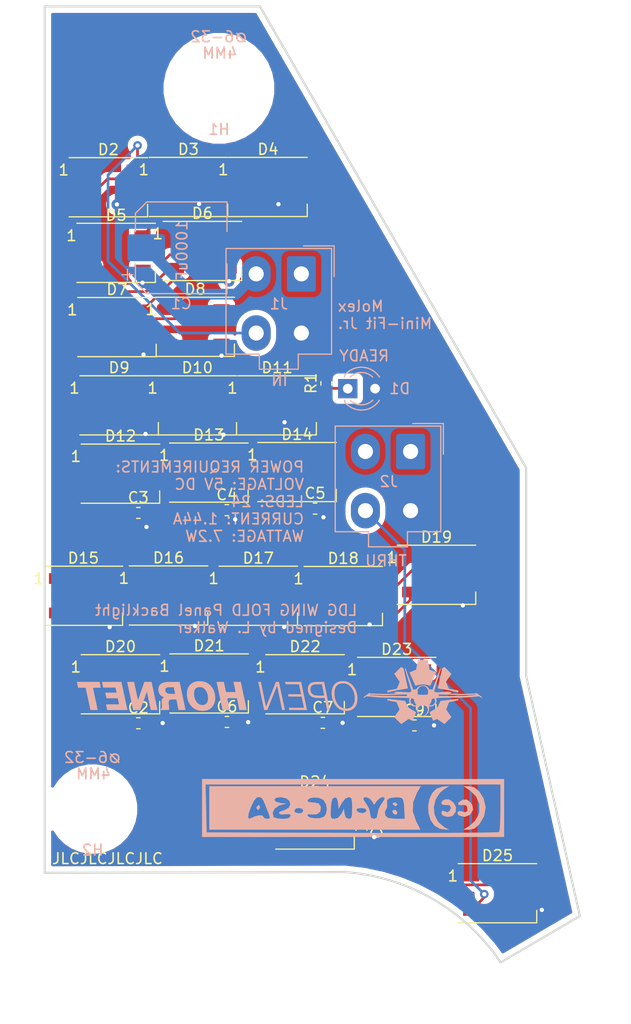
<source format=kicad_pcb>
(kicad_pcb (version 20171130) (host pcbnew "(5.1.6)-1")
  (layers (0 F.Cu signal) (31 B.Cu signal) (34 B.Paste user hide) (35 F.Paste user hide) (36 B.SilkS user) (37 F.SilkS user) (38 B.Mask user hide) (39 F.Mask user) (44 Edge.Cuts user))
  (net 0 "")
  (net 1 /LEDGND)
  (net 2 /LED+5V)
  (net 3 "Net-(D1-Pad1)")
  (net 4 "Net-(D2-Pad2)")
  (net 5 /DATAIN)
  (net 6 "Net-(D3-Pad2)")
  (net 7 "Net-(D4-Pad2)")
  (net 8 "Net-(D5-Pad2)")
  (net 9 "Net-(D6-Pad2)")
  (net 10 "Net-(D7-Pad2)")
  (net 11 "Net-(D8-Pad2)")
  (net 12 "Net-(D10-Pad4)")
  (net 13 "Net-(D10-Pad2)")
  (net 14 "Net-(D11-Pad2)")
  (net 15 /DATAOUT)
  (net 16 "Net-(D12-Pad2)")
  (net 17 "Net-(D13-Pad2)")
  (net 18 "Net-(D14-Pad2)")
  (net 19 "Net-(D15-Pad2)")
  (net 20 "Net-(D16-Pad2)")
  (net 21 "Net-(D17-Pad2)")
  (net 22 "Net-(D18-Pad2)")
  (net 23 "Net-(D19-Pad2)")
  (net 24 "Net-(D20-Pad2)")
  (net 25 "Net-(D21-Pad2)")
  (net 26 "Net-(D22-Pad2)")
  (net 27 "Net-(D23-Pad2)")
  (net 28 "Net-(D24-Pad2)")
  (module OH_General:OH_LOGO_37.7mm_5.9mm (layer B.Cu) (at 169.672 85.09 180)
    (fp_text reference G*** hide)
    (fp_text value LOGO hide)
  )
  (module OH_General:CC-BY-NC-SA-Small (layer B.Cu) (at 176.6 95.875 180)
    (fp_text reference G*** hide)
    (fp_text value LOGO hide)
  )
  (module OH_Backlighting:OH_Panel_6-32_PHS (layer F.Cu) (at 164.039448 28.984561)
    (fp_text reference REF** hide)
    (fp_text value OH_Panel_Fastner_Keepout hide)
    (fp_text user 4MM (at 0.075 -3.275 180) (layer B.SilkS) (effects (justify mirror)))
    (fp_text user H1 (at 0 3.81) (layer B.SilkS) (effects (justify mirror)))
    (fp_text user ⌀6-32 (at 0 -4.8) (layer B.SilkS) (effects (justify mirror)))
    (pad "" np_thru_hole circle (at 0 0) (size 4.3 4.3) (drill 4.3) (layers *.Cu *.Mask) (clearance 3))
  )
  (module OH_Backlighting:OH_Panel_6-32_PHS (layer F.Cu) (at 152.291948 95.977061)
    (fp_text reference REF** hide)
    (fp_text value OH_Panel_Fastner_Keepout hide)
    (fp_text user 4MM (at 0.075 -3.275 180) (layer B.SilkS) (effects (justify mirror)))
    (fp_text user H2 (at 0 3.81) (layer B.SilkS) (effects (justify mirror)))
    (fp_text user ⌀6-32 (at 0 -4.8) (layer B.SilkS) (effects (justify mirror)))
    (pad "" np_thru_hole circle (at 0 0) (size 4.3 4.3) (drill 4.3) (layers *.Cu *.Mask) (clearance 2))
  )
  (module LED_SMD:LED_WS2812B_PLCC4_5.0x5.0mm_P3.2mm (layer F.Cu) (at 172.975 96.95)
    (fp_text reference D24 (at 0 -3.5) (layer F.SilkS))
    (fp_text value WS2812B)
    (fp_text user 1 (at -4.15 -1.6) (layer F.SilkS))
    (pad 1 smd rect (at -2.45 -1.6) (size 1.5 1) (layers F.Cu F.Paste F.Mask) (net 2 /LED+5V))
    (pad 2 smd rect (at -2.45 1.6) (size 1.5 1) (layers F.Cu F.Paste F.Mask) (net 28 "Net-(D24-Pad2)"))
    (pad 4 smd rect (at 2.45 -1.6) (size 1.5 1) (layers F.Cu F.Paste F.Mask) (net 27 "Net-(D23-Pad2)"))
    (pad 3 smd rect (at 2.45 1.6) (size 1.5 1) (layers F.Cu F.Paste F.Mask) (net 1 /LEDGND))
  )
  (module LED_SMD:LED_WS2812B_PLCC4_5.0x5.0mm_P3.2mm (layer F.Cu) (at 180.575 84.625)
    (fp_text reference D23 (at 0 -3.5) (layer F.SilkS))
    (fp_text value WS2812B)
    (fp_text user 1 (at -4.15 -1.6) (layer F.SilkS))
    (pad 1 smd rect (at -2.45 -1.6) (size 1.5 1) (layers F.Cu F.Paste F.Mask) (net 2 /LED+5V))
    (pad 2 smd rect (at -2.45 1.6) (size 1.5 1) (layers F.Cu F.Paste F.Mask) (net 27 "Net-(D23-Pad2)"))
    (pad 4 smd rect (at 2.45 -1.6) (size 1.5 1) (layers F.Cu F.Paste F.Mask) (net 26 "Net-(D22-Pad2)"))
    (pad 3 smd rect (at 2.45 1.6) (size 1.5 1) (layers F.Cu F.Paste F.Mask) (net 1 /LEDGND))
  )
  (module LED_SMD:LED_WS2812B_PLCC4_5.0x5.0mm_P3.2mm (layer F.Cu) (at 189.95 103.8)
    (fp_text reference D25 (at 0 -3.5) (layer F.SilkS))
    (fp_text value WS2812B)
    (fp_text user 1 (at -4.15 -1.6) (layer F.SilkS))
    (pad 1 smd rect (at -2.45 -1.6) (size 1.5 1) (layers F.Cu F.Paste F.Mask) (net 2 /LED+5V))
    (pad 2 smd rect (at -2.45 1.6) (size 1.5 1) (layers F.Cu F.Paste F.Mask) (net 15 /DATAOUT))
    (pad 4 smd rect (at 2.45 -1.6) (size 1.5 1) (layers F.Cu F.Paste F.Mask) (net 28 "Net-(D24-Pad2)"))
    (pad 3 smd rect (at 2.45 1.6) (size 1.5 1) (layers F.Cu F.Paste F.Mask) (net 1 /LEDGND))
  )
  (module LED_SMD:LED_WS2812B_PLCC4_5.0x5.0mm_P3.2mm (layer F.Cu) (at 172.05 84.375)
    (fp_text reference D22 (at 0 -3.5) (layer F.SilkS))
    (fp_text value WS2812B)
    (fp_text user 1 (at -4.15 -1.6) (layer F.SilkS))
    (pad 1 smd rect (at -2.45 -1.6) (size 1.5 1) (layers F.Cu F.Paste F.Mask) (net 2 /LED+5V))
    (pad 2 smd rect (at -2.45 1.6) (size 1.5 1) (layers F.Cu F.Paste F.Mask) (net 26 "Net-(D22-Pad2)"))
    (pad 4 smd rect (at 2.45 -1.6) (size 1.5 1) (layers F.Cu F.Paste F.Mask) (net 25 "Net-(D21-Pad2)"))
    (pad 3 smd rect (at 2.45 1.6) (size 1.5 1) (layers F.Cu F.Paste F.Mask) (net 1 /LEDGND))
  )
  (module LED_SMD:LED_WS2812B_PLCC4_5.0x5.0mm_P3.2mm (layer F.Cu) (at 163.125 84.3)
    (fp_text reference D21 (at 0 -3.5) (layer F.SilkS))
    (fp_text value WS2812B)
    (fp_text user 1 (at -4.15 -1.6) (layer F.SilkS))
    (pad 1 smd rect (at -2.45 -1.6) (size 1.5 1) (layers F.Cu F.Paste F.Mask) (net 2 /LED+5V))
    (pad 2 smd rect (at -2.45 1.6) (size 1.5 1) (layers F.Cu F.Paste F.Mask) (net 25 "Net-(D21-Pad2)"))
    (pad 4 smd rect (at 2.45 -1.6) (size 1.5 1) (layers F.Cu F.Paste F.Mask) (net 24 "Net-(D20-Pad2)"))
    (pad 3 smd rect (at 2.45 1.6) (size 1.5 1) (layers F.Cu F.Paste F.Mask) (net 1 /LEDGND))
  )
  (module LED_SMD:LED_WS2812B_PLCC4_5.0x5.0mm_P3.2mm (layer F.Cu) (at 154.875 84.375)
    (fp_text reference D20 (at 0 -3.5) (layer F.SilkS))
    (fp_text value WS2812B)
    (fp_text user 1 (at -4.15 -1.6) (layer F.SilkS))
    (pad 1 smd rect (at -2.45 -1.6) (size 1.5 1) (layers F.Cu F.Paste F.Mask) (net 2 /LED+5V))
    (pad 2 smd rect (at -2.45 1.6) (size 1.5 1) (layers F.Cu F.Paste F.Mask) (net 24 "Net-(D20-Pad2)"))
    (pad 4 smd rect (at 2.45 -1.6) (size 1.5 1) (layers F.Cu F.Paste F.Mask) (net 23 "Net-(D19-Pad2)"))
    (pad 3 smd rect (at 2.45 1.6) (size 1.5 1) (layers F.Cu F.Paste F.Mask) (net 1 /LEDGND))
  )
  (module LED_SMD:LED_WS2812B_PLCC4_5.0x5.0mm_P3.2mm (layer F.Cu) (at 184.275 74.2)
    (fp_text reference D19 (at 0 -3.5) (layer F.SilkS))
    (fp_text value WS2812B)
    (fp_text user 1 (at -4.15 -1.6) (layer F.SilkS))
    (pad 1 smd rect (at -2.45 -1.6) (size 1.5 1) (layers F.Cu F.Paste F.Mask) (net 2 /LED+5V))
    (pad 2 smd rect (at -2.45 1.6) (size 1.5 1) (layers F.Cu F.Paste F.Mask) (net 23 "Net-(D19-Pad2)"))
    (pad 4 smd rect (at 2.45 -1.6) (size 1.5 1) (layers F.Cu F.Paste F.Mask) (net 22 "Net-(D18-Pad2)"))
    (pad 3 smd rect (at 2.45 1.6) (size 1.5 1) (layers F.Cu F.Paste F.Mask) (net 1 /LEDGND))
  )
  (module LED_SMD:LED_WS2812B_PLCC4_5.0x5.0mm_P3.2mm (layer F.Cu) (at 175.6 76.175)
    (fp_text reference D18 (at 0 -3.5) (layer F.SilkS))
    (fp_text value WS2812B)
    (fp_text user 1 (at -4.15 -1.6) (layer F.SilkS))
    (pad 1 smd rect (at -2.45 -1.6) (size 1.5 1) (layers F.Cu F.Paste F.Mask) (net 2 /LED+5V))
    (pad 2 smd rect (at -2.45 1.6) (size 1.5 1) (layers F.Cu F.Paste F.Mask) (net 22 "Net-(D18-Pad2)"))
    (pad 4 smd rect (at 2.45 -1.6) (size 1.5 1) (layers F.Cu F.Paste F.Mask) (net 21 "Net-(D17-Pad2)"))
    (pad 3 smd rect (at 2.45 1.6) (size 1.5 1) (layers F.Cu F.Paste F.Mask) (net 1 /LEDGND))
  )
  (module LED_SMD:LED_WS2812B_PLCC4_5.0x5.0mm_P3.2mm (layer F.Cu) (at 167.7 76.15)
    (fp_text reference D17 (at 0 -3.5) (layer F.SilkS))
    (fp_text value WS2812B)
    (fp_text user 1 (at -4.15 -1.6) (layer F.SilkS))
    (pad 1 smd rect (at -2.45 -1.6) (size 1.5 1) (layers F.Cu F.Paste F.Mask) (net 2 /LED+5V))
    (pad 2 smd rect (at -2.45 1.6) (size 1.5 1) (layers F.Cu F.Paste F.Mask) (net 21 "Net-(D17-Pad2)"))
    (pad 4 smd rect (at 2.45 -1.6) (size 1.5 1) (layers F.Cu F.Paste F.Mask) (net 20 "Net-(D16-Pad2)"))
    (pad 3 smd rect (at 2.45 1.6) (size 1.5 1) (layers F.Cu F.Paste F.Mask) (net 1 /LEDGND))
  )
  (module LED_SMD:LED_WS2812B_PLCC4_5.0x5.0mm_P3.2mm (layer F.Cu) (at 159.35 76.125)
    (fp_text reference D16 (at 0 -3.5) (layer F.SilkS))
    (fp_text value WS2812B)
    (fp_text user 1 (at -4.15 -1.6) (layer F.SilkS))
    (pad 1 smd rect (at -2.45 -1.6) (size 1.5 1) (layers F.Cu F.Paste F.Mask) (net 2 /LED+5V))
    (pad 2 smd rect (at -2.45 1.6) (size 1.5 1) (layers F.Cu F.Paste F.Mask) (net 20 "Net-(D16-Pad2)"))
    (pad 4 smd rect (at 2.45 -1.6) (size 1.5 1) (layers F.Cu F.Paste F.Mask) (net 19 "Net-(D15-Pad2)"))
    (pad 3 smd rect (at 2.45 1.6) (size 1.5 1) (layers F.Cu F.Paste F.Mask) (net 1 /LEDGND))
  )
  (module LED_SMD:LED_WS2812B_PLCC4_5.0x5.0mm_P3.2mm (layer F.Cu) (at 151.425 76.15)
    (fp_text reference D15 (at 0 -3.5) (layer F.SilkS))
    (fp_text value WS2812B)
    (fp_text user 1 (at -4.15 -1.6) (layer F.SilkS))
    (pad 1 smd rect (at -2.45 -1.6) (size 1.5 1) (layers F.Cu F.Paste F.Mask) (net 2 /LED+5V))
    (pad 2 smd rect (at -2.45 1.6) (size 1.5 1) (layers F.Cu F.Paste F.Mask) (net 19 "Net-(D15-Pad2)"))
    (pad 4 smd rect (at 2.45 -1.6) (size 1.5 1) (layers F.Cu F.Paste F.Mask) (net 18 "Net-(D14-Pad2)"))
    (pad 3 smd rect (at 2.45 1.6) (size 1.5 1) (layers F.Cu F.Paste F.Mask) (net 1 /LEDGND))
  )
  (module LED_SMD:LED_WS2812B_PLCC4_5.0x5.0mm_P3.2mm (layer F.Cu) (at 171.3 64.65)
    (fp_text reference D14 (at 0 -3.5) (layer F.SilkS))
    (fp_text value WS2812B)
    (fp_text user 1 (at -4.15 -1.6) (layer F.SilkS))
    (pad 1 smd rect (at -2.45 -1.6) (size 1.5 1) (layers F.Cu F.Paste F.Mask) (net 2 /LED+5V))
    (pad 2 smd rect (at -2.45 1.6) (size 1.5 1) (layers F.Cu F.Paste F.Mask) (net 18 "Net-(D14-Pad2)"))
    (pad 4 smd rect (at 2.45 -1.6) (size 1.5 1) (layers F.Cu F.Paste F.Mask) (net 17 "Net-(D13-Pad2)"))
    (pad 3 smd rect (at 2.45 1.6) (size 1.5 1) (layers F.Cu F.Paste F.Mask) (net 1 /LEDGND))
  )
  (module LED_SMD:LED_WS2812B_PLCC4_5.0x5.0mm_P3.2mm (layer F.Cu) (at 163.1 64.7)
    (fp_text reference D13 (at 0 -3.5) (layer F.SilkS))
    (fp_text value WS2812B)
    (fp_text user 1 (at -4.15 -1.6) (layer F.SilkS))
    (pad 1 smd rect (at -2.45 -1.6) (size 1.5 1) (layers F.Cu F.Paste F.Mask) (net 2 /LED+5V))
    (pad 2 smd rect (at -2.45 1.6) (size 1.5 1) (layers F.Cu F.Paste F.Mask) (net 17 "Net-(D13-Pad2)"))
    (pad 4 smd rect (at 2.45 -1.6) (size 1.5 1) (layers F.Cu F.Paste F.Mask) (net 16 "Net-(D12-Pad2)"))
    (pad 3 smd rect (at 2.45 1.6) (size 1.5 1) (layers F.Cu F.Paste F.Mask) (net 1 /LEDGND))
  )
  (module Resistor_SMD:R_0603_1608Metric (layer F.Cu) (at 174.03 56.4075 90)
    (fp_text reference R1 (at 0 -1.43 90) (layer F.SilkS))
    (fp_text value R)
    (pad 2 smd roundrect (at 0.7875 0 90) (size 0.875 0.95) (layers F.Cu F.Paste F.Mask) (net 2 /LED+5V))
    (pad 1 smd roundrect (at -0.7875 0 90) (size 0.875 0.95) (layers F.Cu F.Paste F.Mask) (net 3 "Net-(D1-Pad1)"))
  )
  (module Connector_Molex:Molex_Mini-Fit_Jr_5566-04A_2x02_P4.20mm_Vertical (layer B.Cu) (at 181.864 62.738 180)
    (fp_text reference J2 (at 2.032 -2.794) (layer B.SilkS) (effects (justify mirror)))
    (fp_text value Conn_01x04_Female)
    (pad 4 thru_hole oval (at 4.2 -5.5 180) (size 2.7 3.3) (drill 1.4) (layers *.Cu *.Mask) (net 15 /DATAOUT))
    (pad 3 thru_hole oval (at 0 -5.5 180) (size 2.7 3.3) (drill 1.4) (layers *.Cu *.Mask) (net 1 /LEDGND))
    (pad 2 thru_hole oval (at 4.2 0 180) (size 2.7 3.3) (drill 1.4) (layers *.Cu *.Mask) (net 2 /LED+5V))
    (pad 1 thru_hole roundrect (at 0 0 180) (size 2.7 3.3) (drill 1.4) (layers *.Cu *.Mask) (roundrect_rratio 0.09259299999999999) (net 2 /LED+5V))
  )
  (module Connector_Molex:Molex_Mini-Fit_Jr_5566-04A_2x02_P4.20mm_Vertical (layer B.Cu) (at 171.704 46.228 180)
    (fp_text reference J1 (at 2.1 -2.794) (layer B.SilkS) (effects (justify mirror)))
    (fp_text value Conn_01x04_Female)
    (pad 4 thru_hole oval (at 4.2 -5.5 180) (size 2.7 3.3) (drill 1.4) (layers *.Cu *.Mask) (net 5 /DATAIN))
    (pad 3 thru_hole oval (at 0 -5.5 180) (size 2.7 3.3) (drill 1.4) (layers *.Cu *.Mask) (net 1 /LEDGND))
    (pad 2 thru_hole oval (at 4.2 0 180) (size 2.7 3.3) (drill 1.4) (layers *.Cu *.Mask) (net 2 /LED+5V))
    (pad 1 thru_hole roundrect (at 0 0 180) (size 2.7 3.3) (drill 1.4) (layers *.Cu *.Mask) (roundrect_rratio 0.09259299999999999) (net 2 /LED+5V))
  )
  (module LED_SMD:LED_WS2812B_PLCC4_5.0x5.0mm_P3.2mm (layer F.Cu) (at 154.875 64.8)
    (fp_text reference D12 (at 0 -3.5) (layer F.SilkS))
    (fp_text value WS2812B)
    (fp_text user 1 (at -4.15 -1.6) (layer F.SilkS))
    (pad 1 smd rect (at -2.45 -1.6) (size 1.5 1) (layers F.Cu F.Paste F.Mask) (net 2 /LED+5V))
    (pad 2 smd rect (at -2.45 1.6) (size 1.5 1) (layers F.Cu F.Paste F.Mask) (net 16 "Net-(D12-Pad2)"))
    (pad 4 smd rect (at 2.45 -1.6) (size 1.5 1) (layers F.Cu F.Paste F.Mask) (net 14 "Net-(D11-Pad2)"))
    (pad 3 smd rect (at 2.45 1.6) (size 1.5 1) (layers F.Cu F.Paste F.Mask) (net 1 /LEDGND))
  )
  (module LED_SMD:LED_WS2812B_PLCC4_5.0x5.0mm_P3.2mm (layer F.Cu) (at 169.45 58.45)
    (fp_text reference D11 (at 0 -3.5) (layer F.SilkS))
    (fp_text value WS2812B)
    (fp_text user 1 (at -4.15 -1.6) (layer F.SilkS))
    (pad 1 smd rect (at -2.45 -1.6) (size 1.5 1) (layers F.Cu F.Paste F.Mask) (net 2 /LED+5V))
    (pad 2 smd rect (at -2.45 1.6) (size 1.5 1) (layers F.Cu F.Paste F.Mask) (net 14 "Net-(D11-Pad2)"))
    (pad 4 smd rect (at 2.45 -1.6) (size 1.5 1) (layers F.Cu F.Paste F.Mask) (net 13 "Net-(D10-Pad2)"))
    (pad 3 smd rect (at 2.45 1.6) (size 1.5 1) (layers F.Cu F.Paste F.Mask) (net 1 /LEDGND))
  )
  (module LED_SMD:LED_WS2812B_PLCC4_5.0x5.0mm_P3.2mm (layer F.Cu) (at 162.025 58.45)
    (fp_text reference D10 (at 0 -3.5) (layer F.SilkS))
    (fp_text value WS2812B)
    (fp_text user 1 (at -4.15 -1.6) (layer F.SilkS))
    (pad 1 smd rect (at -2.45 -1.6) (size 1.5 1) (layers F.Cu F.Paste F.Mask) (net 2 /LED+5V))
    (pad 2 smd rect (at -2.45 1.6) (size 1.5 1) (layers F.Cu F.Paste F.Mask) (net 13 "Net-(D10-Pad2)"))
    (pad 4 smd rect (at 2.45 -1.6) (size 1.5 1) (layers F.Cu F.Paste F.Mask) (net 12 "Net-(D10-Pad4)"))
    (pad 3 smd rect (at 2.45 1.6) (size 1.5 1) (layers F.Cu F.Paste F.Mask) (net 1 /LEDGND))
  )
  (module LED_SMD:LED_WS2812B_PLCC4_5.0x5.0mm_P3.2mm (layer F.Cu) (at 154.75 58.45)
    (fp_text reference D9 (at 0 -3.5) (layer F.SilkS))
    (fp_text value WS2812B)
    (fp_text user 1 (at -4.15 -1.6) (layer F.SilkS))
    (pad 1 smd rect (at -2.45 -1.6) (size 1.5 1) (layers F.Cu F.Paste F.Mask) (net 2 /LED+5V))
    (pad 2 smd rect (at -2.45 1.6) (size 1.5 1) (layers F.Cu F.Paste F.Mask) (net 12 "Net-(D10-Pad4)"))
    (pad 4 smd rect (at 2.45 -1.6) (size 1.5 1) (layers F.Cu F.Paste F.Mask) (net 11 "Net-(D8-Pad2)"))
    (pad 3 smd rect (at 2.45 1.6) (size 1.5 1) (layers F.Cu F.Paste F.Mask) (net 1 /LEDGND))
  )
  (module LED_SMD:LED_WS2812B_PLCC4_5.0x5.0mm_P3.2mm (layer F.Cu) (at 161.825 51.15)
    (fp_text reference D8 (at 0 -3.5) (layer F.SilkS))
    (fp_text value WS2812B)
    (fp_text user 1 (at -4.15 -1.6) (layer F.SilkS))
    (pad 1 smd rect (at -2.45 -1.6) (size 1.5 1) (layers F.Cu F.Paste F.Mask) (net 2 /LED+5V))
    (pad 2 smd rect (at -2.45 1.6) (size 1.5 1) (layers F.Cu F.Paste F.Mask) (net 11 "Net-(D8-Pad2)"))
    (pad 4 smd rect (at 2.45 -1.6) (size 1.5 1) (layers F.Cu F.Paste F.Mask) (net 10 "Net-(D7-Pad2)"))
    (pad 3 smd rect (at 2.45 1.6) (size 1.5 1) (layers F.Cu F.Paste F.Mask) (net 1 /LEDGND))
  )
  (module LED_SMD:LED_WS2812B_PLCC4_5.0x5.0mm_P3.2mm (layer F.Cu) (at 154.55 51.175)
    (fp_text reference D7 (at 0 -3.5) (layer F.SilkS))
    (fp_text value WS2812B)
    (fp_text user 1 (at -4.15 -1.6) (layer F.SilkS))
    (pad 1 smd rect (at -2.45 -1.6) (size 1.5 1) (layers F.Cu F.Paste F.Mask) (net 2 /LED+5V))
    (pad 2 smd rect (at -2.45 1.6) (size 1.5 1) (layers F.Cu F.Paste F.Mask) (net 10 "Net-(D7-Pad2)"))
    (pad 4 smd rect (at 2.45 -1.6) (size 1.5 1) (layers F.Cu F.Paste F.Mask) (net 9 "Net-(D6-Pad2)"))
    (pad 3 smd rect (at 2.45 1.6) (size 1.5 1) (layers F.Cu F.Paste F.Mask) (net 1 /LEDGND))
  )
  (module LED_SMD:LED_WS2812B_PLCC4_5.0x5.0mm_P3.2mm (layer F.Cu) (at 162.5 44.1)
    (fp_text reference D6 (at 0 -3.5) (layer F.SilkS))
    (fp_text value WS2812B)
    (fp_text user 1 (at -4.15 -1.6) (layer F.SilkS))
    (pad 1 smd rect (at -2.45 -1.6) (size 1.5 1) (layers F.Cu F.Paste F.Mask) (net 2 /LED+5V))
    (pad 2 smd rect (at -2.45 1.6) (size 1.5 1) (layers F.Cu F.Paste F.Mask) (net 9 "Net-(D6-Pad2)"))
    (pad 4 smd rect (at 2.45 -1.6) (size 1.5 1) (layers F.Cu F.Paste F.Mask) (net 8 "Net-(D5-Pad2)"))
    (pad 3 smd rect (at 2.45 1.6) (size 1.5 1) (layers F.Cu F.Paste F.Mask) (net 1 /LEDGND))
  )
  (module LED_SMD:LED_WS2812B_PLCC4_5.0x5.0mm_P3.2mm (layer F.Cu) (at 154.475 44.275)
    (fp_text reference D5 (at 0 -3.5) (layer F.SilkS))
    (fp_text value WS2812B)
    (fp_text user 1 (at -4.15 -1.6) (layer F.SilkS))
    (pad 1 smd rect (at -2.45 -1.6) (size 1.5 1) (layers F.Cu F.Paste F.Mask) (net 2 /LED+5V))
    (pad 2 smd rect (at -2.45 1.6) (size 1.5 1) (layers F.Cu F.Paste F.Mask) (net 8 "Net-(D5-Pad2)"))
    (pad 4 smd rect (at 2.45 -1.6) (size 1.5 1) (layers F.Cu F.Paste F.Mask) (net 7 "Net-(D4-Pad2)"))
    (pad 3 smd rect (at 2.45 1.6) (size 1.5 1) (layers F.Cu F.Paste F.Mask) (net 1 /LEDGND))
  )
  (module LED_SMD:LED_WS2812B_PLCC4_5.0x5.0mm_P3.2mm (layer F.Cu) (at 168.6 38.15)
    (fp_text reference D4 (at 0 -3.5) (layer F.SilkS))
    (fp_text value WS2812B)
    (fp_text user 1 (at -4.15 -1.6) (layer F.SilkS))
    (pad 1 smd rect (at -2.45 -1.6) (size 1.5 1) (layers F.Cu F.Paste F.Mask) (net 2 /LED+5V))
    (pad 2 smd rect (at -2.45 1.6) (size 1.5 1) (layers F.Cu F.Paste F.Mask) (net 7 "Net-(D4-Pad2)"))
    (pad 4 smd rect (at 2.45 -1.6) (size 1.5 1) (layers F.Cu F.Paste F.Mask) (net 6 "Net-(D3-Pad2)"))
    (pad 3 smd rect (at 2.45 1.6) (size 1.5 1) (layers F.Cu F.Paste F.Mask) (net 1 /LEDGND))
  )
  (module LED_SMD:LED_WS2812B_PLCC4_5.0x5.0mm_P3.2mm (layer F.Cu) (at 161.2 38.15)
    (fp_text reference D3 (at 0 -3.5) (layer F.SilkS))
    (fp_text value WS2812B)
    (fp_text user 1 (at -4.15 -1.6) (layer F.SilkS))
    (pad 1 smd rect (at -2.45 -1.6) (size 1.5 1) (layers F.Cu F.Paste F.Mask) (net 2 /LED+5V))
    (pad 2 smd rect (at -2.45 1.6) (size 1.5 1) (layers F.Cu F.Paste F.Mask) (net 6 "Net-(D3-Pad2)"))
    (pad 4 smd rect (at 2.45 -1.6) (size 1.5 1) (layers F.Cu F.Paste F.Mask) (net 4 "Net-(D2-Pad2)"))
    (pad 3 smd rect (at 2.45 1.6) (size 1.5 1) (layers F.Cu F.Paste F.Mask) (net 1 /LEDGND))
  )
  (module LED_SMD:LED_WS2812B_PLCC4_5.0x5.0mm_P3.2mm (layer F.Cu) (at 153.75 38.175)
    (fp_text reference D2 (at 0 -3.5) (layer F.SilkS))
    (fp_text value WS2812B)
    (fp_text user 1 (at -4.15 -1.6) (layer F.SilkS))
    (pad 1 smd rect (at -2.45 -1.6) (size 1.5 1) (layers F.Cu F.Paste F.Mask) (net 2 /LED+5V))
    (pad 2 smd rect (at -2.45 1.6) (size 1.5 1) (layers F.Cu F.Paste F.Mask) (net 4 "Net-(D2-Pad2)"))
    (pad 4 smd rect (at 2.45 -1.6) (size 1.5 1) (layers F.Cu F.Paste F.Mask) (net 5 /DATAIN))
    (pad 3 smd rect (at 2.45 1.6) (size 1.5 1) (layers F.Cu F.Paste F.Mask) (net 1 /LEDGND))
  )
  (module LED_THT:LED_D3.0mm (layer B.Cu) (at 176.022 56.896)
    (fp_text reference D1 (at 4.826 0) (layer B.SilkS) (effects (justify mirror)))
    (fp_text value LED)
    (pad 2 thru_hole circle (at 2.54 0) (size 1.8 1.8) (drill 0.9) (layers *.Cu *.Mask) (net 1 /LEDGND))
    (pad 1 thru_hole rect (at 0 0) (size 1.8 1.8) (drill 0.9) (layers *.Cu *.Mask) (net 3 "Net-(D1-Pad1)"))
  )
  (module Capacitor_SMD:C_0603_1608Metric (layer F.Cu) (at 182.2225 88.2)
    (fp_text reference C9 (at 0 -1.43) (layer F.SilkS))
    (fp_text value C)
    (pad 2 smd roundrect (at 0.7875 0) (size 0.875 0.95) (layers F.Cu F.Paste F.Mask) (net 1 /LEDGND))
    (pad 1 smd roundrect (at -0.7875 0) (size 0.875 0.95) (layers F.Cu F.Paste F.Mask) (net 2 /LED+5V))
  )
  (module Capacitor_SMD:C_0603_1608Metric (layer F.Cu) (at 177.3 97.79 270)
    (fp_text reference C8 (at 0 -1.43 90) (layer F.SilkS))
    (fp_text value C)
    (pad 2 smd roundrect (at 0.7875 0 270) (size 0.875 0.95) (layers F.Cu F.Paste F.Mask) (net 1 /LEDGND))
    (pad 1 smd roundrect (at -0.7875 0 270) (size 0.875 0.95) (layers F.Cu F.Paste F.Mask) (net 2 /LED+5V))
  )
  (module Capacitor_SMD:C_0603_1608Metric (layer F.Cu) (at 173.7025 87.96)
    (fp_text reference C7 (at 0 -1.43) (layer F.SilkS))
    (fp_text value C)
    (pad 2 smd roundrect (at 0.7875 0) (size 0.875 0.95) (layers F.Cu F.Paste F.Mask) (net 1 /LEDGND))
    (pad 1 smd roundrect (at -0.7875 0) (size 0.875 0.95) (layers F.Cu F.Paste F.Mask) (net 2 /LED+5V))
  )
  (module Capacitor_SMD:C_0603_1608Metric (layer F.Cu) (at 164.7825 87.88)
    (fp_text reference C6 (at 0 -1.43) (layer F.SilkS))
    (fp_text value C)
    (pad 2 smd roundrect (at 0.7875 0) (size 0.875 0.95) (layers F.Cu F.Paste F.Mask) (net 1 /LEDGND))
    (pad 1 smd roundrect (at -0.7875 0) (size 0.875 0.95) (layers F.Cu F.Paste F.Mask) (net 2 /LED+5V))
  )
  (module Capacitor_SMD:C_0603_1608Metric (layer F.Cu) (at 172.9825 68.05)
    (fp_text reference C5 (at 0 -1.43) (layer F.SilkS))
    (fp_text value C)
    (pad 2 smd roundrect (at 0.7875 0) (size 0.875 0.95) (layers F.Cu F.Paste F.Mask) (net 1 /LEDGND))
    (pad 1 smd roundrect (at -0.7875 0) (size 0.875 0.95) (layers F.Cu F.Paste F.Mask) (net 2 /LED+5V))
  )
  (module Capacitor_SMD:C_0603_1608Metric (layer F.Cu) (at 164.7725 68.19)
    (fp_text reference C4 (at 0 -1.43) (layer F.SilkS))
    (fp_text value C)
    (pad 2 smd roundrect (at 0.7875 0) (size 0.875 0.95) (layers F.Cu F.Paste F.Mask) (net 1 /LEDGND))
    (pad 1 smd roundrect (at -0.7875 0) (size 0.875 0.95) (layers F.Cu F.Paste F.Mask) (net 2 /LED+5V))
  )
  (module Capacitor_SMD:C_0603_1608Metric (layer F.Cu) (at 156.5375 68.45)
    (fp_text reference C3 (at 0 -1.43) (layer F.SilkS))
    (fp_text value C)
    (pad 2 smd roundrect (at 0.7875 0) (size 0.875 0.95) (layers F.Cu F.Paste F.Mask) (net 1 /LEDGND))
    (pad 1 smd roundrect (at -0.7875 0) (size 0.875 0.95) (layers F.Cu F.Paste F.Mask) (net 2 /LED+5V))
  )
  (module Capacitor_SMD:C_0603_1608Metric (layer F.Cu) (at 156.5375 88)
    (fp_text reference C2 (at 0 -1.43) (layer F.SilkS))
    (fp_text value C)
    (pad 2 smd roundrect (at 0.7875 0) (size 0.875 0.95) (layers F.Cu F.Paste F.Mask) (net 1 /LEDGND))
    (pad 1 smd roundrect (at -0.7875 0) (size 0.875 0.95) (layers F.Cu F.Paste F.Mask) (net 2 /LED+5V))
  )
  (module Capacitor_SMD:CP_Elec_8x10 (layer B.Cu) (at 160.525 43.8)
    (fp_text reference C1 (at 0 5.2) (layer B.SilkS) (effects (justify mirror)))
    (fp_text value C_Polarized)
    (pad 2 smd roundrect (at 3.25 0) (size 3.5 2.5) (layers B.Cu B.Paste B.Mask) (roundrect_rratio 0.1) (net 1 /LEDGND))
    (pad 1 smd roundrect (at -3.25 0) (size 3.5 2.5) (layers B.Cu B.Paste B.Mask) (roundrect_rratio 0.1) (net 2 /LED+5V))
  )
  (gr_text JLCJLCJLCJLC (at 153.67 100.584) (layer F.SilkS) (effects (font (size 1 1))))
  (gr_text 1000uF (at 160.6 44.05 90) (layer B.SilkS) (effects (font (size 1 1)) (justify mirror)))
  (gr_text "LDG WING FOLD Panel Backlight\nDesigned by L. Walker" (at 177 78.3) (layer B.SilkS) (effects (font (size 1 1)) (justify left mirror)))
  (gr_text "READY\n" (at 177.546 53.848) (layer B.SilkS) (effects (font (size 1 1)) (justify mirror)))
  (gr_text "Molex\nMini-Fit Jr." (at 175.006 50.038) (layer B.SilkS) (effects (font (size 1 1)) (justify right mirror)))
  (gr_text IN (at 169.672 56.134) (layer B.SilkS) (effects (font (size 1 1)) (justify mirror)))
  (gr_text THRU (at 179.578 72.898) (layer B.SilkS) (effects (font (size 1 1)) (justify mirror)))
  (gr_text "POWER REQUIREMENTS:\nVOLTAGE: 5V DC\nLEDS: 24\nCURRENT: 1.44A\nWATTAGE: 7.2W" (at 172.05 67.4) (layer B.SilkS) (effects (font (size 1 1)) (justify left mirror)))
  (gr_line (start 192.614486 64.258791) (end 167.849472 21.364547) (layer Edge.Cuts) (width 0.2))
  (gr_line (start 197.612 105.918) (end 192.614486 83.594538) (layer Edge.Cuts) (width 0.2))
  (gr_line (start 167.849472 21.364547) (end 147.828 21.364547) (layer Edge.Cuts) (width 0.2))
  (gr_arc (start 174.419918 120.839662) (end 190.246 110.236) (angle -52.11947602) (layer Edge.Cuts) (width 0.2))
  (gr_line (start 147.828 21.364547) (end 147.828 101.901758) (layer Edge.Cuts) (width 0.2))
  (gr_line (start 147.828 101.901758) (end 175.768006 101.837421) (layer Edge.Cuts) (width 0.2))
  (gr_line (start 190.246 110.236) (end 197.612 105.918) (layer Edge.Cuts) (width 0.2))
  (gr_line (start 192.614486 83.594538) (end 192.614486 64.258791) (layer Edge.Cuts) (width 0.2))
  (segment (start 157.325 68.45) (end 157.325 66.4) (width 1) (layer F.Cu) (net 1))
  (segment (start 157.325 68.45) (end 157.3 69.75) (width 1) (layer F.Cu) (net 1))
  (segment (start 157.3 69.75) (end 157.325 69.7) (width 1) (layer F.Cu) (net 1))
  (via (at 157.3 69.75) (size 1) (drill 0.4) (layers F.Cu B.Cu) (net 1))
  (segment (start 165.55 66.3) (end 165.55 69.05) (width 1) (layer F.Cu) (net 1))
  (segment (start 165.55 69.05) (end 165.55 69.05) (width 1) (layer F.Cu) (net 1))
  (via (at 165.55 69.05) (size 1) (drill 0.4) (layers F.Cu B.Cu) (net 1))
  (segment (start 173.75 66.25) (end 173.76 68.85) (width 1) (layer F.Cu) (net 1))
  (segment (start 173.76 68.85) (end 173.75 68.84) (width 1) (layer F.Cu) (net 1))
  (via (at 173.76 68.85) (size 1) (drill 0.4) (layers F.Cu B.Cu) (net 1))
  (segment (start 157.325 85.975) (end 157.325 88) (width 1) (layer F.Cu) (net 1))
  (segment (start 157.325 88) (end 158.8 87.98) (width 1) (layer F.Cu) (net 1))
  (segment (start 158.8 87.98) (end 158.81 88) (width 1) (layer F.Cu) (net 1))
  (via (at 158.8 87.98) (size 1) (drill 0.4) (layers F.Cu B.Cu) (net 1))
  (segment (start 177.2725 98.55) (end 177.3 98.5775) (width 1) (layer F.Cu) (net 1))
  (segment (start 175.425 98.55) (end 177.2725 98.55) (width 1) (layer F.Cu) (net 1))
  (segment (start 177.3 98.5775) (end 178.48 98.58) (width 1) (layer F.Cu) (net 1))
  (segment (start 178.48 98.58) (end 178.4775 98.5775) (width 1) (layer F.Cu) (net 1))
  (via (at 178.48 98.58) (size 1) (drill 0.4) (layers F.Cu B.Cu) (net 1))
  (segment (start 165.575 87.875) (end 165.57 87.88) (width 1) (layer F.Cu) (net 1))
  (segment (start 165.575 85.9) (end 165.575 87.875) (width 1) (layer F.Cu) (net 1))
  (segment (start 165.57 87.88) (end 166.76 87.9) (width 1) (layer F.Cu) (net 1))
  (segment (start 166.76 87.9) (end 166.74 87.88) (width 1) (layer F.Cu) (net 1))
  (via (at 166.76 87.9) (size 1) (drill 0.4) (layers F.Cu B.Cu) (net 1))
  (segment (start 174.5 87.95) (end 174.49 87.96) (width 1) (layer F.Cu) (net 1))
  (segment (start 174.5 85.975) (end 174.5 87.95) (width 1) (layer F.Cu) (net 1))
  (segment (start 174.49 87.96) (end 175.54 87.96) (width 1) (layer F.Cu) (net 1))
  (segment (start 175.54 87.96) (end 175.54 87.96) (width 1) (layer F.Cu) (net 1))
  (via (at 175.54 87.96) (size 1) (drill 0.4) (layers F.Cu B.Cu) (net 1))
  (segment (start 183.025 88.185) (end 183.01 88.2) (width 1) (layer F.Cu) (net 1))
  (segment (start 183.025 86.225) (end 183.025 88.185) (width 1) (layer F.Cu) (net 1))
  (segment (start 183.01 88.2) (end 184.05 88.2) (width 1) (layer F.Cu) (net 1))
  (segment (start 184.05 88.2) (end 184.05 88.2) (width 1) (layer F.Cu) (net 1))
  (via (at 184.05 88.2) (size 1) (drill 0.4) (layers F.Cu B.Cu) (net 1))
  (segment (start 156.2 39.775) (end 154.545 39.775) (width 1) (layer F.Cu) (net 1))
  (segment (start 154.545 39.775) (end 154.545 39.775) (width 1) (layer F.Cu) (net 1))
  (via (at 154.545 39.775) (size 1) (drill 0.4) (layers F.Cu B.Cu) (net 1))
  (segment (start 163.65 39.75) (end 162.19 39.73) (width 1) (layer F.Cu) (net 1))
  (segment (start 162.19 39.73) (end 162.21 39.75) (width 1) (layer F.Cu) (net 1))
  (via (at 162.19 39.73) (size 1) (drill 0.4) (layers F.Cu B.Cu) (net 1))
  (segment (start 171.05 39.75) (end 169.57 39.75) (width 1) (layer F.Cu) (net 1))
  (segment (start 169.57 39.75) (end 169.57 39.75) (width 1) (layer F.Cu) (net 1))
  (via (at 169.57 39.75) (size 1) (drill 0.4) (layers F.Cu B.Cu) (net 1))
  (segment (start 156.925 45.875) (end 156.93 47.05) (width 1) (layer F.Cu) (net 1))
  (segment (start 156.93 47.05) (end 156.925 47.045) (width 1) (layer F.Cu) (net 1))
  (via (at 156.93 47.05) (size 1) (drill 0.4) (layers F.Cu B.Cu) (net 1))
  (segment (start 164.95 45.7) (end 164.98 46.91) (width 1) (layer F.Cu) (net 1))
  (segment (start 164.98 46.91) (end 164.95 46.88) (width 1) (layer F.Cu) (net 1))
  (via (at 164.98 46.91) (size 1) (drill 0.4) (layers F.Cu B.Cu) (net 1))
  (segment (start 157 52.775) (end 157.02 53.73) (width 1) (layer F.Cu) (net 1))
  (segment (start 157.02 53.73) (end 157 53.71) (width 1) (layer F.Cu) (net 1))
  (via (at 157.02 53.73) (size 1) (drill 0.4) (layers F.Cu B.Cu) (net 1))
  (segment (start 164.275 52.75) (end 164.28 53.83) (width 1) (layer F.Cu) (net 1))
  (segment (start 164.28 53.83) (end 164.275 53.825) (width 1) (layer F.Cu) (net 1))
  (via (at 164.28 53.83) (size 1) (drill 0.4) (layers F.Cu B.Cu) (net 1))
  (segment (start 157.2 60.05) (end 157.21 61.11) (width 1) (layer F.Cu) (net 1))
  (segment (start 157.21 61.11) (end 157.2 61.1) (width 1) (layer F.Cu) (net 1))
  (via (at 157.21 61.11) (size 1) (drill 0.4) (layers F.Cu B.Cu) (net 1))
  (segment (start 164.475 60.05) (end 164.46 61.18) (width 1) (layer F.Cu) (net 1))
  (segment (start 164.46 61.18) (end 164.475 61.165) (width 1) (layer F.Cu) (net 1))
  (via (at 164.46 61.18) (size 1) (drill 0.4) (layers F.Cu B.Cu) (net 1))
  (segment (start 153.875 77.75) (end 153.87 79.06) (width 1) (layer F.Cu) (net 1))
  (segment (start 153.87 79.06) (end 153.875 79.055) (width 1) (layer F.Cu) (net 1))
  (via (at 153.87 79.06) (size 1) (drill 0.4) (layers F.Cu B.Cu) (net 1))
  (segment (start 161.8 77.725) (end 161.8 78.96) (width 1) (layer F.Cu) (net 1))
  (segment (start 161.8 78.96) (end 161.8 78.96) (width 1) (layer F.Cu) (net 1))
  (via (at 161.8 78.96) (size 1) (drill 0.4) (layers F.Cu B.Cu) (net 1))
  (segment (start 170.15 77.75) (end 170.11 79.06) (width 1) (layer F.Cu) (net 1))
  (segment (start 170.11 79.06) (end 170.15 79.02) (width 1) (layer F.Cu) (net 1))
  (via (at 170.11 79.06) (size 1) (drill 0.4) (layers F.Cu B.Cu) (net 1))
  (segment (start 178.05 77.775) (end 178.05 78.82) (width 1) (layer F.Cu) (net 1))
  (segment (start 178.05 78.82) (end 178.05 78.85) (width 1) (layer F.Cu) (net 1))
  (via (at 178.05 78.82) (size 1) (drill 0.4) (layers F.Cu B.Cu) (net 1))
  (segment (start 186.725 75.8) (end 186.725 77.045) (width 1) (layer F.Cu) (net 1))
  (segment (start 186.725 77.045) (end 186.725 77.045) (width 1) (layer F.Cu) (net 1))
  (via (at 186.725 77.045) (size 1) (drill 0.4) (layers F.Cu B.Cu) (net 1))
  (segment (start 192.4 105.4) (end 194.07 105.35) (width 1) (layer F.Cu) (net 1))
  (segment (start 194.07 105.35) (end 194.01 105.4) (width 1) (layer F.Cu) (net 1))
  (via (at 194.07 105.35) (size 1) (drill 0.4) (layers F.Cu B.Cu) (net 1))
  (segment (start 171.9 60.05) (end 170.14 60.02) (width 1) (layer F.Cu) (net 1))
  (segment (start 170.14 60.02) (end 170.17 60.05) (width 1) (layer F.Cu) (net 1))
  (via (at 170.14 60.02) (size 1) (drill 0.4) (layers F.Cu B.Cu) (net 1))
  (segment (start 165.621999 48.110001) (end 167.504 46.228) (width 1) (layer B.Cu) (net 2))
  (segment (start 161.585001 48.110001) (end 165.621999 48.110001) (width 1) (layer B.Cu) (net 2))
  (segment (start 157.275 43.8) (end 161.585001 48.110001) (width 1) (layer B.Cu) (net 2))
  (segment (start 174.355 56.87) (end 174.03 57.195) (width 0.25) (layer F.Cu) (net 3))
  (segment (start 176.21 56.87) (end 174.355 56.87) (width 0.25) (layer F.Cu) (net 3))
  (segment (start 162.799999 37.400001) (end 163.65 36.55) (width 0.25) (layer F.Cu) (net 4))
  (segment (start 153.674999 37.400001) (end 162.799999 37.400001) (width 0.25) (layer F.Cu) (net 4))
  (segment (start 151.3 39.775) (end 153.674999 37.400001) (width 0.25) (layer F.Cu) (net 4))
  (segment (start 156.464 34.29) (end 156.464 34.29) (width 0.25) (layer B.Cu) (net 5))
  (via (at 156.464 34.29) (size 0.8) (drill 0.4) (layers F.Cu B.Cu) (net 5))
  (segment (start 156.464 36.311) (end 156.2 36.575) (width 0.25) (layer F.Cu) (net 5))
  (segment (start 156.464 34.29) (end 156.464 36.311) (width 0.25) (layer F.Cu) (net 5))
  (segment (start 153.719999 45.061001) (end 160.386998 51.728) (width 0.25) (layer B.Cu) (net 5))
  (segment (start 153.719999 37.034001) (end 153.719999 45.061001) (width 0.25) (layer B.Cu) (net 5))
  (segment (start 160.386998 51.728) (end 167.504 51.728) (width 0.25) (layer B.Cu) (net 5))
  (segment (start 156.464 34.29) (end 153.719999 37.034001) (width 0.25) (layer B.Cu) (net 5))
  (segment (start 159.899989 37.850011) (end 169.749989 37.850011) (width 0.25) (layer F.Cu) (net 6))
  (segment (start 158.75 39) (end 159.899989 37.850011) (width 0.25) (layer F.Cu) (net 6))
  (segment (start 169.749989 37.850011) (end 171.05 36.55) (width 0.25) (layer F.Cu) (net 6))
  (segment (start 158.75 39.75) (end 158.75 39) (width 0.25) (layer F.Cu) (net 6))
  (segment (start 156.925 42.675) (end 158.706 40.894) (width 0.25) (layer F.Cu) (net 7))
  (segment (start 165.006 40.894) (end 166.15 39.75) (width 0.25) (layer F.Cu) (net 7))
  (segment (start 158.706 40.894) (end 165.006 40.894) (width 0.25) (layer F.Cu) (net 7))
  (segment (start 163 44.45) (end 164.95 42.5) (width 0.25) (layer F.Cu) (net 8))
  (segment (start 159.464998 44.45) (end 163 44.45) (width 0.25) (layer F.Cu) (net 8))
  (segment (start 158.974999 44.939999) (end 159.464998 44.45) (width 0.25) (layer F.Cu) (net 8))
  (segment (start 158.974999 46.171741) (end 158.974999 44.939999) (width 0.25) (layer F.Cu) (net 8))
  (segment (start 157.271731 47.875009) (end 158.974999 46.171741) (width 0.25) (layer F.Cu) (net 8))
  (segment (start 154.025009 47.875009) (end 157.271731 47.875009) (width 0.25) (layer F.Cu) (net 8))
  (segment (start 152.025 45.875) (end 154.025009 47.875009) (width 0.25) (layer F.Cu) (net 8))
  (segment (start 160.05 46.525) (end 157 49.575) (width 0.25) (layer F.Cu) (net 9))
  (segment (start 160.05 45.7) (end 160.05 46.525) (width 0.25) (layer F.Cu) (net 9))
  (segment (start 154.474999 50.400001) (end 152.1 52.775) (width 0.25) (layer F.Cu) (net 10))
  (segment (start 163.424999 50.400001) (end 154.474999 50.400001) (width 0.25) (layer F.Cu) (net 10))
  (segment (start 164.275 49.55) (end 163.424999 50.400001) (width 0.25) (layer F.Cu) (net 10))
  (segment (start 159.375 54.675) (end 157.2 56.85) (width 0.25) (layer F.Cu) (net 11))
  (segment (start 159.375 52.75) (end 159.375 54.675) (width 0.25) (layer F.Cu) (net 11))
  (segment (start 164.475 56.85) (end 163.215 58.11) (width 0.25) (layer F.Cu) (net 12))
  (segment (start 154.24 58.11) (end 152.3 60.05) (width 0.25) (layer F.Cu) (net 12))
  (segment (start 163.215 58.11) (end 154.24 58.11) (width 0.25) (layer F.Cu) (net 12))
  (segment (start 171.9 56.85) (end 170.18999 58.56001) (width 0.25) (layer F.Cu) (net 13))
  (segment (start 161.06499 58.56001) (end 159.575 60.05) (width 0.25) (layer F.Cu) (net 13))
  (segment (start 170.18999 58.56001) (end 161.06499 58.56001) (width 0.25) (layer F.Cu) (net 13))
  (segment (start 158.519991 62.005009) (end 157.325 63.2) (width 0.25) (layer F.Cu) (net 14))
  (segment (start 165.044991 62.005009) (end 158.519991 62.005009) (width 0.25) (layer F.Cu) (net 14))
  (segment (start 167 60.05) (end 165.044991 62.005009) (width 0.25) (layer F.Cu) (net 14))
  (segment (start 181.325 80.487) (end 187.452 86.614) (width 0.25) (layer B.Cu) (net 15))
  (segment (start 187.452 86.614) (end 187.452 102.616) (width 0.25) (layer B.Cu) (net 15))
  (segment (start 187.452 102.616) (end 188.722 103.886) (width 0.25) (layer B.Cu) (net 15))
  (segment (start 188.722 103.886) (end 188.722 103.886) (width 0.25) (layer B.Cu) (net 15))
  (via (at 188.722 103.886) (size 0.8) (drill 0.4) (layers F.Cu B.Cu) (net 15))
  (segment (start 188.722 104.178) (end 187.5 105.4) (width 0.25) (layer F.Cu) (net 15))
  (segment (start 188.722 103.886) (end 188.722 104.178) (width 0.25) (layer F.Cu) (net 15))
  (segment (start 181.325 71.899) (end 177.664 68.238) (width 0.25) (layer B.Cu) (net 15))
  (segment (start 181.325 80.487) (end 181.325 71.899) (width 0.25) (layer B.Cu) (net 15))
  (segment (start 163.175001 65.474999) (end 165.55 63.1) (width 0.25) (layer F.Cu) (net 16))
  (segment (start 153.350001 65.474999) (end 163.175001 65.474999) (width 0.25) (layer F.Cu) (net 16))
  (segment (start 152.425 66.4) (end 153.350001 65.474999) (width 0.25) (layer F.Cu) (net 16))
  (segment (start 166.089997 63.925001) (end 172.874999 63.925001) (width 0.25) (layer F.Cu) (net 17))
  (segment (start 172.874999 63.925001) (end 173.75 63.05) (width 0.25) (layer F.Cu) (net 17))
  (segment (start 163.714998 66.3) (end 166.089997 63.925001) (width 0.25) (layer F.Cu) (net 17))
  (segment (start 160.65 66.3) (end 163.714998 66.3) (width 0.25) (layer F.Cu) (net 17))
  (segment (start 168.85 67) (end 168.85 66.25) (width 0.25) (layer F.Cu) (net 18))
  (segment (start 163.36 72.49) (end 168.85 67) (width 0.25) (layer F.Cu) (net 18))
  (segment (start 153.875 74.55) (end 155.935 72.49) (width 0.25) (layer F.Cu) (net 18))
  (segment (start 155.935 72.49) (end 163.36 72.49) (width 0.25) (layer F.Cu) (net 18))
  (segment (start 149.825001 76.899999) (end 149.825001 76.894999) (width 0.25) (layer F.Cu) (net 19))
  (segment (start 148.975 77.75) (end 149.825001 76.899999) (width 0.25) (layer F.Cu) (net 19))
  (segment (start 149.825001 76.894999) (end 151.06 75.66) (width 0.25) (layer F.Cu) (net 19))
  (segment (start 160.665 75.66) (end 161.8 74.525) (width 0.25) (layer F.Cu) (net 19))
  (segment (start 151.06 75.66) (end 160.665 75.66) (width 0.25) (layer F.Cu) (net 19))
  (segment (start 168.58999 76.11001) (end 170.15 74.55) (width 0.25) (layer F.Cu) (net 20))
  (segment (start 157.76499 76.11001) (end 168.58999 76.11001) (width 0.25) (layer F.Cu) (net 20))
  (segment (start 156.9 76.975) (end 157.76499 76.11001) (width 0.25) (layer F.Cu) (net 20))
  (segment (start 156.9 77.725) (end 156.9 76.975) (width 0.25) (layer F.Cu) (net 20))
  (segment (start 165.25 77) (end 165.68998 76.56002) (width 0.25) (layer F.Cu) (net 21))
  (segment (start 176.06498 76.56002) (end 178.05 74.575) (width 0.25) (layer F.Cu) (net 21))
  (segment (start 165.68998 76.56002) (end 176.06498 76.56002) (width 0.25) (layer F.Cu) (net 21))
  (segment (start 165.25 77.75) (end 165.25 77) (width 0.25) (layer F.Cu) (net 21))
  (segment (start 185.899999 73.425001) (end 186.725 72.6) (width 0.25) (layer F.Cu) (net 22))
  (segment (start 182.364997 73.425001) (end 185.899999 73.425001) (width 0.25) (layer F.Cu) (net 22))
  (segment (start 180.089998 75.7) (end 182.364997 73.425001) (width 0.25) (layer F.Cu) (net 22))
  (segment (start 178.289998 75.7) (end 180.089998 75.7) (width 0.25) (layer F.Cu) (net 22))
  (segment (start 176.214998 77.775) (end 178.289998 75.7) (width 0.25) (layer F.Cu) (net 22))
  (segment (start 173.15 77.775) (end 176.214998 77.775) (width 0.25) (layer F.Cu) (net 22))
  (segment (start 160.214999 79.885001) (end 157.325 82.775) (width 0.25) (layer F.Cu) (net 23))
  (segment (start 181.825 75.8) (end 181.825 76.55) (width 0.25) (layer F.Cu) (net 23))
  (segment (start 178.489999 79.885001) (end 160.214999 79.885001) (width 0.25) (layer F.Cu) (net 23))
  (segment (start 181.825 76.55) (end 178.489999 79.885001) (width 0.25) (layer F.Cu) (net 23))
  (segment (start 164.674999 83.600001) (end 165.575 82.7) (width 0.25) (layer F.Cu) (net 24))
  (segment (start 154.049999 83.600001) (end 164.674999 83.600001) (width 0.25) (layer F.Cu) (net 24))
  (segment (start 152.425 85.225) (end 154.049999 83.600001) (width 0.25) (layer F.Cu) (net 24))
  (segment (start 152.425 85.975) (end 152.425 85.225) (width 0.25) (layer F.Cu) (net 24))
  (segment (start 173.674999 83.600001) (end 174.5 82.775) (width 0.25) (layer F.Cu) (net 25))
  (segment (start 165.329999 83.600001) (end 173.674999 83.600001) (width 0.25) (layer F.Cu) (net 25))
  (segment (start 163.03 85.9) (end 165.329999 83.600001) (width 0.25) (layer F.Cu) (net 25))
  (segment (start 160.675 85.9) (end 163.03 85.9) (width 0.25) (layer F.Cu) (net 25))
  (segment (start 180.900001 85.149999) (end 183.025 83.025) (width 0.25) (layer F.Cu) (net 26))
  (segment (start 170.425001 85.149999) (end 180.900001 85.149999) (width 0.25) (layer F.Cu) (net 26))
  (segment (start 169.6 85.975) (end 170.425001 85.149999) (width 0.25) (layer F.Cu) (net 26))
  (segment (start 178.125 92.65) (end 175.425 95.35) (width 0.25) (layer F.Cu) (net 27))
  (segment (start 178.125 86.225) (end 178.125 92.65) (width 0.25) (layer F.Cu) (net 27))
  (segment (start 170.525 98.55) (end 172.305 100.33) (width 0.25) (layer F.Cu) (net 28))
  (segment (start 172.305 100.33) (end 183.134 100.33) (width 0.25) (layer F.Cu) (net 28))
  (segment (start 191.574999 103.025001) (end 192.4 102.2) (width 0.25) (layer F.Cu) (net 28))
  (segment (start 185.829001 103.025001) (end 191.574999 103.025001) (width 0.25) (layer F.Cu) (net 28))
  (segment (start 183.134 100.33) (end 185.829001 103.025001) (width 0.25) (layer F.Cu) (net 28))
  (zone (net 2) (net_name /LED+5V) (layer F.Cu) (connect_pads yes (clearance 0.508)) (min_thickness 0.254) (fill yes (arc_segments 32) (thermal_gap 0.508) (thermal_bridge_width 0.508))
    (polygon (pts (xy 200.36 21.36) (xy 202.17 115.46) (xy 144.06 113.85) (xy 144.67 20.94)))
  )
  (zone (net 1) (net_name /LEDGND) (layer B.Cu) (connect_pads yes (clearance 0.508)) (min_thickness 0.254) (fill yes (arc_segments 32) (thermal_gap 0.508) (thermal_bridge_width 0.508))
    (polygon (pts (xy 202.38 115.97) (xy 143.67 114.2) (xy 144.57 20.77) (xy 200.91 20.77)))
  )
)
</source>
